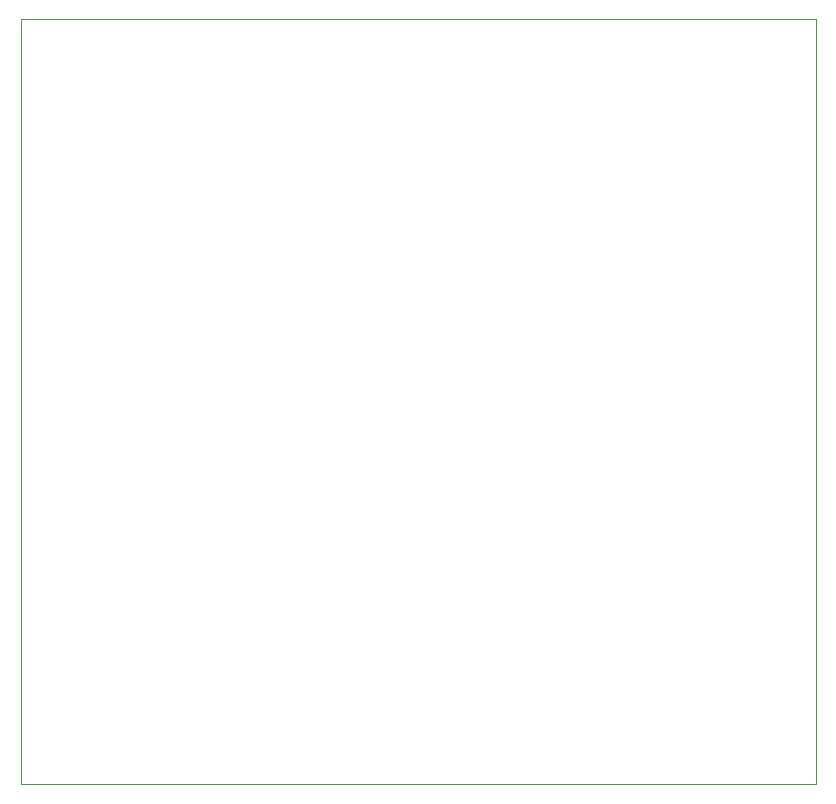
<source format=gbr>
%TF.GenerationSoftware,KiCad,Pcbnew,4.0.7*%
%TF.CreationDate,2018-03-29T14:35:10+02:00*%
%TF.ProjectId,mikrobus-board,6D696B726F6275732D626F6172642E6B,rev?*%
%TF.FileFunction,Legend,Bot*%
%FSLAX46Y46*%
G04 Gerber Fmt 4.6, Leading zero omitted, Abs format (unit mm)*
G04 Created by KiCad (PCBNEW 4.0.7) date 03/29/18 14:35:10*
%MOMM*%
%LPD*%
G01*
G04 APERTURE LIST*
%ADD10C,0.150000*%
%ADD11C,0.100000*%
G04 APERTURE END LIST*
D10*
D11*
X184150000Y-100330000D02*
X184150000Y-165100000D01*
X184150000Y-165100000D02*
X182880000Y-165100000D01*
X182880000Y-100330000D02*
X184150000Y-100330000D01*
X180340000Y-100330000D02*
X182880000Y-100330000D01*
X116840000Y-100330000D02*
X116840000Y-101600000D01*
X119380000Y-100330000D02*
X116840000Y-100330000D01*
X116840000Y-101600000D02*
X116840000Y-104140000D01*
X180340000Y-165100000D02*
X182880000Y-165100000D01*
X116840000Y-106680000D02*
X116840000Y-104140000D01*
X116840000Y-165100000D02*
X119380000Y-165100000D01*
X116840000Y-106680000D02*
X116840000Y-165100000D01*
X180340000Y-165100000D02*
X119380000Y-165100000D01*
X119380000Y-100330000D02*
X180340000Y-100330000D01*
M02*

</source>
